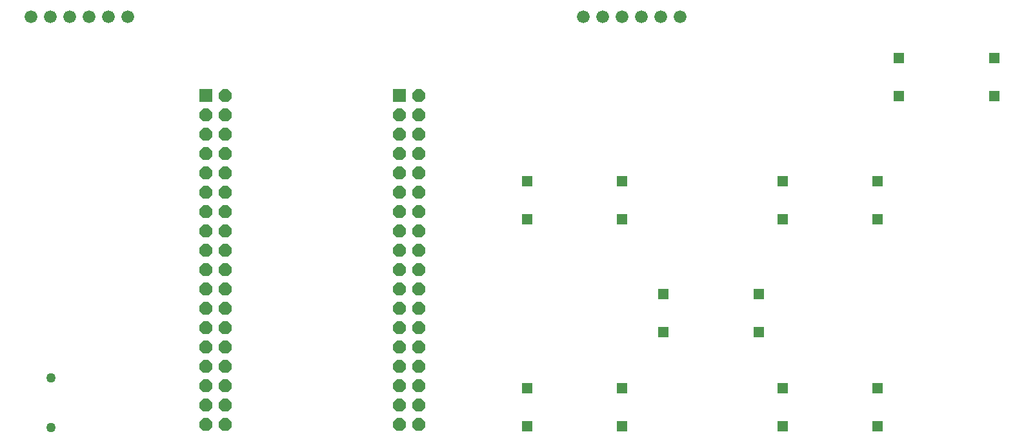
<source format=gbr>
G04 EAGLE Gerber X2 export*
%TF.Part,Single*%
%TF.FileFunction,Soldermask,Bot,1*%
%TF.FilePolarity,Negative*%
%TF.GenerationSoftware,Autodesk,EAGLE,8.7.1*%
%TF.CreationDate,2018-04-20T19:54:14Z*%
G75*
%MOMM*%
%FSLAX34Y34*%
%LPD*%
%AMOC8*
5,1,8,0,0,1.08239X$1,22.5*%
G01*
%ADD10R,1.460400X1.460400*%
%ADD11C,1.676400*%
%ADD12R,1.676400X1.676400*%
%ADD13P,1.814519X8X292.500000*%
%ADD14C,1.260400*%


D10*
X1424940Y80810D03*
X1299940Y80810D03*
X1424940Y130810D03*
X1299940Y130810D03*
X1268730Y204000D03*
X1143730Y204000D03*
X1268730Y254000D03*
X1143730Y254000D03*
X1089660Y352590D03*
X964660Y352590D03*
X1089660Y402590D03*
X964660Y402590D03*
X1089660Y80810D03*
X964660Y80810D03*
X1089660Y130810D03*
X964660Y130810D03*
X1424940Y352590D03*
X1299940Y352590D03*
X1424940Y402590D03*
X1299940Y402590D03*
D11*
X313690Y618490D03*
X339090Y618490D03*
X364490Y618490D03*
X389890Y618490D03*
X415290Y618490D03*
X440690Y618490D03*
X1038860Y618490D03*
X1064260Y618490D03*
X1089660Y618490D03*
X1115060Y618490D03*
X1140460Y618490D03*
X1165860Y618490D03*
D12*
X543300Y514940D03*
D13*
X568700Y514940D03*
X543300Y489540D03*
X568700Y489540D03*
X543300Y464140D03*
X568700Y464140D03*
X543300Y438740D03*
X568700Y438740D03*
X543300Y413340D03*
X568700Y413340D03*
X543300Y387940D03*
X568700Y387940D03*
X543300Y362540D03*
X568700Y362540D03*
X543300Y337140D03*
X568700Y337140D03*
X543300Y311740D03*
X568700Y311740D03*
X543300Y286340D03*
X568700Y286340D03*
X543300Y260940D03*
X568700Y260940D03*
X543300Y235540D03*
X568700Y235540D03*
X543300Y210140D03*
X568700Y210140D03*
X543300Y184740D03*
X568700Y184740D03*
X543300Y159340D03*
X568700Y159340D03*
X543300Y133940D03*
X568700Y133940D03*
X543300Y108540D03*
X568700Y108540D03*
X543300Y83140D03*
X568700Y83140D03*
D12*
X797300Y514940D03*
D13*
X822700Y514940D03*
X797300Y489540D03*
X822700Y489540D03*
X797300Y464140D03*
X822700Y464140D03*
X797300Y438740D03*
X822700Y438740D03*
X797300Y413340D03*
X822700Y413340D03*
X797300Y387940D03*
X822700Y387940D03*
X797300Y362540D03*
X822700Y362540D03*
X797300Y337140D03*
X822700Y337140D03*
X797300Y311740D03*
X822700Y311740D03*
X797300Y286340D03*
X822700Y286340D03*
X797300Y260940D03*
X822700Y260940D03*
X797300Y235540D03*
X822700Y235540D03*
X797300Y210140D03*
X822700Y210140D03*
X797300Y184740D03*
X822700Y184740D03*
X797300Y159340D03*
X822700Y159340D03*
X797300Y133940D03*
X822700Y133940D03*
X797300Y108540D03*
X822700Y108540D03*
X797300Y83140D03*
X822700Y83140D03*
D10*
X1452880Y564350D03*
X1577880Y564350D03*
X1452880Y514350D03*
X1577880Y514350D03*
D14*
X339960Y143850D03*
X339960Y78850D03*
M02*

</source>
